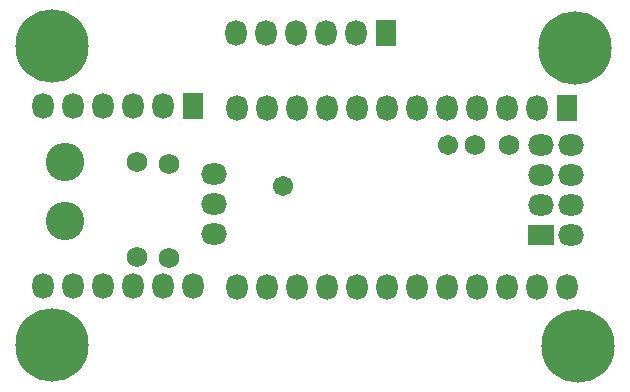
<source format=gbs>
%FSTAX23Y23*%
%MOIN*%
%SFA1B1*%

%IPPOS*%
%ADD14O,0.070992X0.086740*%
%ADD15R,0.070992X0.086740*%
%ADD16C,0.068000*%
%ADD17O,0.086740X0.070992*%
%ADD18R,0.086740X0.070992*%
%ADD19C,0.244220*%
%ADD20C,0.128000*%
%ADD21C,0.067055*%
%LNvssl_v2-1*%
%LPD*%
G54D14*
X0157Y01486D03*
X0167D03*
X0177D03*
X0187D03*
X0197D03*
X0207D03*
X0157Y02084D03*
X0167D03*
X0177D03*
X0187D03*
X0197D03*
X02215Y0233D03*
X02519Y02079D03*
X02219Y01481D03*
X02419D03*
X02519D03*
X02319Y02079D03*
Y01481D03*
X03219Y02079D03*
X03119D03*
X03019D03*
X02919D03*
X02819D03*
X02719D03*
X02619D03*
X02419D03*
X02219D03*
X03319Y01481D03*
X03219D03*
X03119D03*
X03019D03*
X02919D03*
X02819D03*
X02719D03*
X02619D03*
X02315Y0233D03*
X02415D03*
X02515D03*
X02615D03*
G54D15*
X0207Y02084D03*
X03319Y02079D03*
X02715Y0233D03*
G54D16*
X0301Y01955D03*
X03125D03*
X0199Y01892D03*
X01885Y01897D03*
Y01582D03*
X0199Y01577D03*
G54D17*
X0333Y01955D03*
Y01855D03*
Y01755D03*
Y01655D03*
X0323Y01955D03*
Y01855D03*
Y01755D03*
X0214Y0176D03*
Y0186D03*
Y0166D03*
G54D18*
X0323Y01655D03*
G54D19*
X016Y0129D03*
X03355Y01285D03*
X016Y02285D03*
X03345Y0228D03*
G54D20*
X01645Y01898D03*
Y01701D03*
G54D21*
X0237Y0182D03*
X0292Y01955D03*
M02*
</source>
